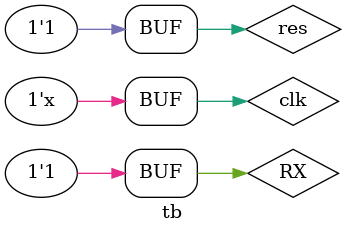
<source format=sv>

`timescale 1ns/100ps

module tb();
  
	reg clk; 
	reg clc; 
	reg res; 
	reg RX;
	reg [7:0] word_receiver;
	reg [7:0] word_transmitter;
	reg CONECT_PRIZNAC;
	
  initial
  begin
    #0
		RX	 = 1;
		clk  = 1'b0;
		res  = 1'b0;
    #100
		res = 1'b1;
	#100//HOLD
		RX = 1'b1;
	#100//START
		RX = 1'b0;
	#100//1
		RX = 1'b1;
	#100//2
		RX = 1'b0;
	#100//3
		RX = 1'b1;
	#100//4
		RX = 1'b0;
    #100//5
		RX = 1'b1;
	#100//6
		RX = 1'b0;
	#100//7
		RX = 1'b1;
	#100//8
		RX = 1'b0;
	#100//STOP
		RX = 1'b1;
		
	
	
	#10000//START
		RX = 1'b0;
	#100//1
		RX = 1'b1;
	#100//2
		RX = 1'b1;
	#100//3
		RX = 1'b1;
	#100//4
		RX = 1'b1;
    #100//5
		RX = 1'b1;
	#100//6
		RX = 1'b1;
	#100//7
		RX = 1'b1;
	#100//8
		RX = 1'b1;
	#100//STOP
		RX = 1'b1;
		

	#10000//START
		RX = 1'b0;
	#100//1
		RX = 1'b0;
	#100//2
		RX = 1'b0;
	#100//3
		RX = 1'b0;
	#100//4
		RX = 1'b0;
    #100//5
		RX = 1'b0;
	#100//6
		RX = 1'b0;
	#100//7
		RX = 1'b0;
	#100//8
		RX = 1'b0;
	#100//STOP
		RX = 1'b1;	
  end
  
      always #10 clk = ~clk;

CONECT conect
( 
	.clc(clc),
	.res(res),
	.CONECT_PRIZNAC(CONECT_PRIZNAC),
	.priznak_end_transmitter(priznak_end_transmitter),
	.word_receiver(word_receiver),
	.ENABLE(ENABLE),
	.ENABLE_DEL(ENABLE_DEL),
	.word_transmitter(word_transmitter),
	.TRANSMITTER_PRIZNAK(TRANSMITTER_PRIZNAK)
);

 UART_transmitter  uart_transmitter 
( 
	.clc(clc),
	.res(res), 
	.word_transmitter(word_transmitter),
	.TRANSMITTER_PRIZNAK(TRANSMITTER_PRIZNAK),
	.TX(TX),
	.priznak_end_transmitter(priznak_end_transmitter)
);

 DEL  del 
( 
	.clk(clk),
	.res(res), 
	.RX(RX),
	.ENABLE(ENABLE),
	.priznak_end_transmitter(priznak_end_transmitter),
	.CONECT_PRIZNAC(CONECT_PRIZNAC),
	.word_receiver(word_receiver)
);

 DEL_COUNTER del_counter 
( 
	.clk(clk),
	.res(res), 
	.clc(clc)
);

endmodule
</source>
